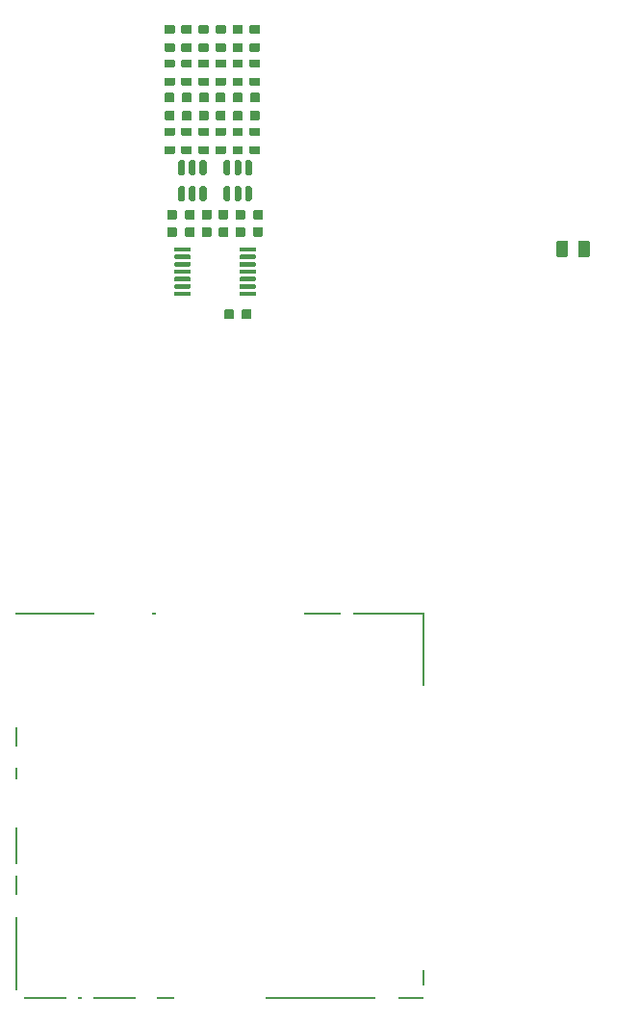
<source format=gbp>
G04 #@! TF.GenerationSoftware,KiCad,Pcbnew,7.0.7-7.0.7~ubuntu22.04.1*
G04 #@! TF.CreationDate,2023-09-24T22:48:32+00:00*
G04 #@! TF.ProjectId,hellen-112-17,68656c6c-656e-42d3-9131-322d31372e6b,a*
G04 #@! TF.SameCoordinates,Original*
G04 #@! TF.FileFunction,Paste,Bot*
G04 #@! TF.FilePolarity,Positive*
%FSLAX46Y46*%
G04 Gerber Fmt 4.6, Leading zero omitted, Abs format (unit mm)*
G04 Created by KiCad (PCBNEW 7.0.7-7.0.7~ubuntu22.04.1) date 2023-09-24 22:48:32*
%MOMM*%
%LPD*%
G01*
G04 APERTURE LIST*
%ADD10R,2.300000X0.200000*%
%ADD11R,3.700000X0.200000*%
%ADD12R,0.400000X0.200000*%
%ADD13R,1.600000X0.200000*%
%ADD14R,9.700000X0.200000*%
%ADD15R,0.200000X1.400000*%
%ADD16R,0.200000X6.400000*%
%ADD17R,0.200000X1.700000*%
%ADD18R,0.200000X3.300000*%
%ADD19R,0.200000X1.000000*%
%ADD20R,0.200000X1.800000*%
%ADD21R,7.000000X0.200000*%
%ADD22R,3.300000X0.200000*%
%ADD23R,6.300000X0.200000*%
G04 APERTURE END LIST*
D10*
G04 #@! TO.C,M4*
X60775005Y5124990D03*
D11*
X28575005Y5125000D03*
D12*
X31625005Y5125000D03*
D11*
X34675005Y5125000D03*
D13*
X39125005Y5125000D03*
D14*
X52775005Y5125000D03*
D15*
X61825005Y6925000D03*
D16*
X26025005Y9025000D03*
D17*
X26025005Y15075000D03*
D18*
X26025005Y18574990D03*
D19*
X26024995Y24925000D03*
D20*
X26025005Y28125000D03*
D16*
X61825005Y35825000D03*
D21*
X29424995Y38925000D03*
D12*
X38125005Y38925000D03*
D22*
X52975005Y38925000D03*
D23*
X58775005Y38925000D03*
G04 #@! TD*
G04 #@! TO.C,R49*
G36*
G01*
X43610000Y87650000D02*
X44390000Y87650000D01*
G75*
G02*
X44460000Y87580000I0J-70000D01*
G01*
X44460000Y87020000D01*
G75*
G02*
X44390000Y86950000I-70000J0D01*
G01*
X43610000Y86950000D01*
G75*
G02*
X43540000Y87020000I0J70000D01*
G01*
X43540000Y87580000D01*
G75*
G02*
X43610000Y87650000I70000J0D01*
G01*
G37*
G36*
G01*
X43610000Y86050000D02*
X44390000Y86050000D01*
G75*
G02*
X44460000Y85980000I0J-70000D01*
G01*
X44460000Y85420000D01*
G75*
G02*
X44390000Y85350000I-70000J0D01*
G01*
X43610000Y85350000D01*
G75*
G02*
X43540000Y85420000I0J70000D01*
G01*
X43540000Y85980000D01*
G75*
G02*
X43610000Y86050000I70000J0D01*
G01*
G37*
G04 #@! TD*
G04 #@! TO.C,C16*
G36*
G01*
X39160000Y84715001D02*
X39840000Y84715001D01*
G75*
G02*
X39925000Y84630001I0J-85000D01*
G01*
X39925000Y83950001D01*
G75*
G02*
X39840000Y83865001I-85000J0D01*
G01*
X39160000Y83865001D01*
G75*
G02*
X39075000Y83950001I0J85000D01*
G01*
X39075000Y84630001D01*
G75*
G02*
X39160000Y84715001I85000J0D01*
G01*
G37*
G36*
G01*
X39160000Y83134999D02*
X39840000Y83134999D01*
G75*
G02*
X39925000Y83049999I0J-85000D01*
G01*
X39925000Y82369999D01*
G75*
G02*
X39840000Y82284999I-85000J0D01*
G01*
X39160000Y82284999D01*
G75*
G02*
X39075000Y82369999I0J85000D01*
G01*
X39075000Y83049999D01*
G75*
G02*
X39160000Y83134999I85000J0D01*
G01*
G37*
G04 #@! TD*
G04 #@! TO.C,C17*
G36*
G01*
X42160000Y84715001D02*
X42840000Y84715001D01*
G75*
G02*
X42925000Y84630001I0J-85000D01*
G01*
X42925000Y83950001D01*
G75*
G02*
X42840000Y83865001I-85000J0D01*
G01*
X42160000Y83865001D01*
G75*
G02*
X42075000Y83950001I0J85000D01*
G01*
X42075000Y84630001D01*
G75*
G02*
X42160000Y84715001I85000J0D01*
G01*
G37*
G36*
G01*
X42160000Y83134999D02*
X42840000Y83134999D01*
G75*
G02*
X42925000Y83049999I0J-85000D01*
G01*
X42925000Y82369999D01*
G75*
G02*
X42840000Y82284999I-85000J0D01*
G01*
X42160000Y82284999D01*
G75*
G02*
X42075000Y82369999I0J85000D01*
G01*
X42075000Y83049999D01*
G75*
G02*
X42160000Y83134999I85000J0D01*
G01*
G37*
G04 #@! TD*
G04 #@! TO.C,R48*
G36*
G01*
X44390000Y79350000D02*
X43610000Y79350000D01*
G75*
G02*
X43540000Y79420000I0J70000D01*
G01*
X43540000Y79980000D01*
G75*
G02*
X43610000Y80050000I70000J0D01*
G01*
X44390000Y80050000D01*
G75*
G02*
X44460000Y79980000I0J-70000D01*
G01*
X44460000Y79420000D01*
G75*
G02*
X44390000Y79350000I-70000J0D01*
G01*
G37*
G36*
G01*
X44390000Y80950000D02*
X43610000Y80950000D01*
G75*
G02*
X43540000Y81020000I0J70000D01*
G01*
X43540000Y81580000D01*
G75*
G02*
X43610000Y81650000I70000J0D01*
G01*
X44390000Y81650000D01*
G75*
G02*
X44460000Y81580000I0J-70000D01*
G01*
X44460000Y81020000D01*
G75*
G02*
X44390000Y80950000I-70000J0D01*
G01*
G37*
G04 #@! TD*
G04 #@! TO.C,C18*
G36*
G01*
X40660000Y84715001D02*
X41340000Y84715001D01*
G75*
G02*
X41425000Y84630001I0J-85000D01*
G01*
X41425000Y83950001D01*
G75*
G02*
X41340000Y83865001I-85000J0D01*
G01*
X40660000Y83865001D01*
G75*
G02*
X40575000Y83950001I0J85000D01*
G01*
X40575000Y84630001D01*
G75*
G02*
X40660000Y84715001I85000J0D01*
G01*
G37*
G36*
G01*
X40660000Y83134999D02*
X41340000Y83134999D01*
G75*
G02*
X41425000Y83049999I0J-85000D01*
G01*
X41425000Y82369999D01*
G75*
G02*
X41340000Y82284999I-85000J0D01*
G01*
X40660000Y82284999D01*
G75*
G02*
X40575000Y82369999I0J85000D01*
G01*
X40575000Y83049999D01*
G75*
G02*
X40660000Y83134999I85000J0D01*
G01*
G37*
G04 #@! TD*
G04 #@! TO.C,R29*
G36*
G01*
X45110000Y87650000D02*
X45890000Y87650000D01*
G75*
G02*
X45960000Y87580000I0J-70000D01*
G01*
X45960000Y87020000D01*
G75*
G02*
X45890000Y86950000I-70000J0D01*
G01*
X45110000Y86950000D01*
G75*
G02*
X45040000Y87020000I0J70000D01*
G01*
X45040000Y87580000D01*
G75*
G02*
X45110000Y87650000I70000J0D01*
G01*
G37*
G36*
G01*
X45110000Y86050000D02*
X45890000Y86050000D01*
G75*
G02*
X45960000Y85980000I0J-70000D01*
G01*
X45960000Y85420000D01*
G75*
G02*
X45890000Y85350000I-70000J0D01*
G01*
X45110000Y85350000D01*
G75*
G02*
X45040000Y85420000I0J70000D01*
G01*
X45040000Y85980000D01*
G75*
G02*
X45110000Y86050000I70000J0D01*
G01*
G37*
G04 #@! TD*
G04 #@! TO.C,U2*
G36*
G01*
X39900000Y66950000D02*
X39900000Y67150000D01*
G75*
G02*
X40000000Y67250000I100000J0D01*
G01*
X41275000Y67250000D01*
G75*
G02*
X41375000Y67150000I0J-100000D01*
G01*
X41375000Y66950000D01*
G75*
G02*
X41275000Y66850000I-100000J0D01*
G01*
X40000000Y66850000D01*
G75*
G02*
X39900000Y66950000I0J100000D01*
G01*
G37*
G36*
G01*
X39900000Y67600000D02*
X39900000Y67800000D01*
G75*
G02*
X40000000Y67900000I100000J0D01*
G01*
X41275000Y67900000D01*
G75*
G02*
X41375000Y67800000I0J-100000D01*
G01*
X41375000Y67600000D01*
G75*
G02*
X41275000Y67500000I-100000J0D01*
G01*
X40000000Y67500000D01*
G75*
G02*
X39900000Y67600000I0J100000D01*
G01*
G37*
G36*
G01*
X39900000Y68250000D02*
X39900000Y68450000D01*
G75*
G02*
X40000000Y68550000I100000J0D01*
G01*
X41275000Y68550000D01*
G75*
G02*
X41375000Y68450000I0J-100000D01*
G01*
X41375000Y68250000D01*
G75*
G02*
X41275000Y68150000I-100000J0D01*
G01*
X40000000Y68150000D01*
G75*
G02*
X39900000Y68250000I0J100000D01*
G01*
G37*
G36*
G01*
X39900000Y68900000D02*
X39900000Y69100000D01*
G75*
G02*
X40000000Y69200000I100000J0D01*
G01*
X41275000Y69200000D01*
G75*
G02*
X41375000Y69100000I0J-100000D01*
G01*
X41375000Y68900000D01*
G75*
G02*
X41275000Y68800000I-100000J0D01*
G01*
X40000000Y68800000D01*
G75*
G02*
X39900000Y68900000I0J100000D01*
G01*
G37*
G36*
G01*
X39900000Y69550000D02*
X39900000Y69750000D01*
G75*
G02*
X40000000Y69850000I100000J0D01*
G01*
X41275000Y69850000D01*
G75*
G02*
X41375000Y69750000I0J-100000D01*
G01*
X41375000Y69550000D01*
G75*
G02*
X41275000Y69450000I-100000J0D01*
G01*
X40000000Y69450000D01*
G75*
G02*
X39900000Y69550000I0J100000D01*
G01*
G37*
G36*
G01*
X39900000Y70200000D02*
X39900000Y70400000D01*
G75*
G02*
X40000000Y70500000I100000J0D01*
G01*
X41275000Y70500000D01*
G75*
G02*
X41375000Y70400000I0J-100000D01*
G01*
X41375000Y70200000D01*
G75*
G02*
X41275000Y70100000I-100000J0D01*
G01*
X40000000Y70100000D01*
G75*
G02*
X39900000Y70200000I0J100000D01*
G01*
G37*
G36*
G01*
X39900000Y70850000D02*
X39900000Y71050000D01*
G75*
G02*
X40000000Y71150000I100000J0D01*
G01*
X41275000Y71150000D01*
G75*
G02*
X41375000Y71050000I0J-100000D01*
G01*
X41375000Y70850000D01*
G75*
G02*
X41275000Y70750000I-100000J0D01*
G01*
X40000000Y70750000D01*
G75*
G02*
X39900000Y70850000I0J100000D01*
G01*
G37*
G36*
G01*
X45625000Y70850000D02*
X45625000Y71050000D01*
G75*
G02*
X45725000Y71150000I100000J0D01*
G01*
X47000000Y71150000D01*
G75*
G02*
X47100000Y71050000I0J-100000D01*
G01*
X47100000Y70850000D01*
G75*
G02*
X47000000Y70750000I-100000J0D01*
G01*
X45725000Y70750000D01*
G75*
G02*
X45625000Y70850000I0J100000D01*
G01*
G37*
G36*
G01*
X45625000Y70200000D02*
X45625000Y70400000D01*
G75*
G02*
X45725000Y70500000I100000J0D01*
G01*
X47000000Y70500000D01*
G75*
G02*
X47100000Y70400000I0J-100000D01*
G01*
X47100000Y70200000D01*
G75*
G02*
X47000000Y70100000I-100000J0D01*
G01*
X45725000Y70100000D01*
G75*
G02*
X45625000Y70200000I0J100000D01*
G01*
G37*
G36*
G01*
X45625000Y69550000D02*
X45625000Y69750000D01*
G75*
G02*
X45725000Y69850000I100000J0D01*
G01*
X47000000Y69850000D01*
G75*
G02*
X47100000Y69750000I0J-100000D01*
G01*
X47100000Y69550000D01*
G75*
G02*
X47000000Y69450000I-100000J0D01*
G01*
X45725000Y69450000D01*
G75*
G02*
X45625000Y69550000I0J100000D01*
G01*
G37*
G36*
G01*
X45625000Y68900000D02*
X45625000Y69100000D01*
G75*
G02*
X45725000Y69200000I100000J0D01*
G01*
X47000000Y69200000D01*
G75*
G02*
X47100000Y69100000I0J-100000D01*
G01*
X47100000Y68900000D01*
G75*
G02*
X47000000Y68800000I-100000J0D01*
G01*
X45725000Y68800000D01*
G75*
G02*
X45625000Y68900000I0J100000D01*
G01*
G37*
G36*
G01*
X45625000Y68250000D02*
X45625000Y68450000D01*
G75*
G02*
X45725000Y68550000I100000J0D01*
G01*
X47000000Y68550000D01*
G75*
G02*
X47100000Y68450000I0J-100000D01*
G01*
X47100000Y68250000D01*
G75*
G02*
X47000000Y68150000I-100000J0D01*
G01*
X45725000Y68150000D01*
G75*
G02*
X45625000Y68250000I0J100000D01*
G01*
G37*
G36*
G01*
X45625000Y67600000D02*
X45625000Y67800000D01*
G75*
G02*
X45725000Y67900000I100000J0D01*
G01*
X47000000Y67900000D01*
G75*
G02*
X47100000Y67800000I0J-100000D01*
G01*
X47100000Y67600000D01*
G75*
G02*
X47000000Y67500000I-100000J0D01*
G01*
X45725000Y67500000D01*
G75*
G02*
X45625000Y67600000I0J100000D01*
G01*
G37*
G36*
G01*
X45625000Y66950000D02*
X45625000Y67150000D01*
G75*
G02*
X45725000Y67250000I100000J0D01*
G01*
X47000000Y67250000D01*
G75*
G02*
X47100000Y67150000I0J-100000D01*
G01*
X47100000Y66950000D01*
G75*
G02*
X47000000Y66850000I-100000J0D01*
G01*
X45725000Y66850000D01*
G75*
G02*
X45625000Y66950000I0J100000D01*
G01*
G37*
G04 #@! TD*
G04 #@! TO.C,C25*
G36*
G01*
X44590000Y72034999D02*
X43910000Y72034999D01*
G75*
G02*
X43825000Y72119999I0J85000D01*
G01*
X43825000Y72799999D01*
G75*
G02*
X43910000Y72884999I85000J0D01*
G01*
X44590000Y72884999D01*
G75*
G02*
X44675000Y72799999I0J-85000D01*
G01*
X44675000Y72119999D01*
G75*
G02*
X44590000Y72034999I-85000J0D01*
G01*
G37*
G36*
G01*
X44590000Y73615001D02*
X43910000Y73615001D01*
G75*
G02*
X43825000Y73700001I0J85000D01*
G01*
X43825000Y74380001D01*
G75*
G02*
X43910000Y74465001I85000J0D01*
G01*
X44590000Y74465001D01*
G75*
G02*
X44675000Y74380001I0J-85000D01*
G01*
X44675000Y73700001D01*
G75*
G02*
X44590000Y73615001I-85000J0D01*
G01*
G37*
G04 #@! TD*
G04 #@! TO.C,R32*
G36*
G01*
X41390000Y79350000D02*
X40610000Y79350000D01*
G75*
G02*
X40540000Y79420000I0J70000D01*
G01*
X40540000Y79980000D01*
G75*
G02*
X40610000Y80050000I70000J0D01*
G01*
X41390000Y80050000D01*
G75*
G02*
X41460000Y79980000I0J-70000D01*
G01*
X41460000Y79420000D01*
G75*
G02*
X41390000Y79350000I-70000J0D01*
G01*
G37*
G36*
G01*
X41390000Y80950000D02*
X40610000Y80950000D01*
G75*
G02*
X40540000Y81020000I0J70000D01*
G01*
X40540000Y81580000D01*
G75*
G02*
X40610000Y81650000I70000J0D01*
G01*
X41390000Y81650000D01*
G75*
G02*
X41460000Y81580000I0J-70000D01*
G01*
X41460000Y81020000D01*
G75*
G02*
X41390000Y80950000I-70000J0D01*
G01*
G37*
G04 #@! TD*
G04 #@! TO.C,R30*
G36*
G01*
X39890000Y79350000D02*
X39110000Y79350000D01*
G75*
G02*
X39040000Y79420000I0J70000D01*
G01*
X39040000Y79980000D01*
G75*
G02*
X39110000Y80050000I70000J0D01*
G01*
X39890000Y80050000D01*
G75*
G02*
X39960000Y79980000I0J-70000D01*
G01*
X39960000Y79420000D01*
G75*
G02*
X39890000Y79350000I-70000J0D01*
G01*
G37*
G36*
G01*
X39890000Y80950000D02*
X39110000Y80950000D01*
G75*
G02*
X39040000Y81020000I0J70000D01*
G01*
X39040000Y81580000D01*
G75*
G02*
X39110000Y81650000I70000J0D01*
G01*
X39890000Y81650000D01*
G75*
G02*
X39960000Y81580000I0J-70000D01*
G01*
X39960000Y81020000D01*
G75*
G02*
X39890000Y80950000I-70000J0D01*
G01*
G37*
G04 #@! TD*
G04 #@! TO.C,R43*
G36*
G01*
X45890000Y79350000D02*
X45110000Y79350000D01*
G75*
G02*
X45040000Y79420000I0J70000D01*
G01*
X45040000Y79980000D01*
G75*
G02*
X45110000Y80050000I70000J0D01*
G01*
X45890000Y80050000D01*
G75*
G02*
X45960000Y79980000I0J-70000D01*
G01*
X45960000Y79420000D01*
G75*
G02*
X45890000Y79350000I-70000J0D01*
G01*
G37*
G36*
G01*
X45890000Y80950000D02*
X45110000Y80950000D01*
G75*
G02*
X45040000Y81020000I0J70000D01*
G01*
X45040000Y81580000D01*
G75*
G02*
X45110000Y81650000I70000J0D01*
G01*
X45890000Y81650000D01*
G75*
G02*
X45960000Y81580000I0J-70000D01*
G01*
X45960000Y81020000D01*
G75*
G02*
X45890000Y80950000I-70000J0D01*
G01*
G37*
G04 #@! TD*
G04 #@! TO.C,C15*
G36*
G01*
X43660000Y84715001D02*
X44340000Y84715001D01*
G75*
G02*
X44425000Y84630001I0J-85000D01*
G01*
X44425000Y83950001D01*
G75*
G02*
X44340000Y83865001I-85000J0D01*
G01*
X43660000Y83865001D01*
G75*
G02*
X43575000Y83950001I0J85000D01*
G01*
X43575000Y84630001D01*
G75*
G02*
X43660000Y84715001I85000J0D01*
G01*
G37*
G36*
G01*
X43660000Y83134999D02*
X44340000Y83134999D01*
G75*
G02*
X44425000Y83049999I0J-85000D01*
G01*
X44425000Y82369999D01*
G75*
G02*
X44340000Y82284999I-85000J0D01*
G01*
X43660000Y82284999D01*
G75*
G02*
X43575000Y82369999I0J85000D01*
G01*
X43575000Y83049999D01*
G75*
G02*
X43660000Y83134999I85000J0D01*
G01*
G37*
G04 #@! TD*
G04 #@! TO.C,D11*
G36*
G01*
X46600000Y75200000D02*
X46300000Y75200000D01*
G75*
G02*
X46150000Y75350000I0J150000D01*
G01*
X46150000Y76375000D01*
G75*
G02*
X46300000Y76525000I150000J0D01*
G01*
X46600000Y76525000D01*
G75*
G02*
X46750000Y76375000I0J-150000D01*
G01*
X46750000Y75350000D01*
G75*
G02*
X46600000Y75200000I-150000J0D01*
G01*
G37*
G36*
G01*
X45650000Y75200000D02*
X45350000Y75200000D01*
G75*
G02*
X45200000Y75350000I0J150000D01*
G01*
X45200000Y76375000D01*
G75*
G02*
X45350000Y76525000I150000J0D01*
G01*
X45650000Y76525000D01*
G75*
G02*
X45800000Y76375000I0J-150000D01*
G01*
X45800000Y75350000D01*
G75*
G02*
X45650000Y75200000I-150000J0D01*
G01*
G37*
G36*
G01*
X44700000Y75200000D02*
X44400000Y75200000D01*
G75*
G02*
X44250000Y75350000I0J150000D01*
G01*
X44250000Y76375000D01*
G75*
G02*
X44400000Y76525000I150000J0D01*
G01*
X44700000Y76525000D01*
G75*
G02*
X44850000Y76375000I0J-150000D01*
G01*
X44850000Y75350000D01*
G75*
G02*
X44700000Y75200000I-150000J0D01*
G01*
G37*
G36*
G01*
X44700000Y77475000D02*
X44400000Y77475000D01*
G75*
G02*
X44250000Y77625000I0J150000D01*
G01*
X44250000Y78650000D01*
G75*
G02*
X44400000Y78800000I150000J0D01*
G01*
X44700000Y78800000D01*
G75*
G02*
X44850000Y78650000I0J-150000D01*
G01*
X44850000Y77625000D01*
G75*
G02*
X44700000Y77475000I-150000J0D01*
G01*
G37*
G36*
G01*
X45650000Y77475000D02*
X45350000Y77475000D01*
G75*
G02*
X45200000Y77625000I0J150000D01*
G01*
X45200000Y78650000D01*
G75*
G02*
X45350000Y78800000I150000J0D01*
G01*
X45650000Y78800000D01*
G75*
G02*
X45800000Y78650000I0J-150000D01*
G01*
X45800000Y77625000D01*
G75*
G02*
X45650000Y77475000I-150000J0D01*
G01*
G37*
G36*
G01*
X46600000Y77475000D02*
X46300000Y77475000D01*
G75*
G02*
X46150000Y77625000I0J150000D01*
G01*
X46150000Y78650000D01*
G75*
G02*
X46300000Y78800000I150000J0D01*
G01*
X46600000Y78800000D01*
G75*
G02*
X46750000Y78650000I0J-150000D01*
G01*
X46750000Y77625000D01*
G75*
G02*
X46600000Y77475000I-150000J0D01*
G01*
G37*
G04 #@! TD*
G04 #@! TO.C,C23*
G36*
G01*
X41715001Y72840000D02*
X41715001Y72160000D01*
G75*
G02*
X41630001Y72075000I-85000J0D01*
G01*
X40950001Y72075000D01*
G75*
G02*
X40865001Y72160000I0J85000D01*
G01*
X40865001Y72840000D01*
G75*
G02*
X40950001Y72925000I85000J0D01*
G01*
X41630001Y72925000D01*
G75*
G02*
X41715001Y72840000I0J-85000D01*
G01*
G37*
G36*
G01*
X40134999Y72840000D02*
X40134999Y72160000D01*
G75*
G02*
X40049999Y72075000I-85000J0D01*
G01*
X39369999Y72075000D01*
G75*
G02*
X39284999Y72160000I0J85000D01*
G01*
X39284999Y72840000D01*
G75*
G02*
X39369999Y72925000I85000J0D01*
G01*
X40049999Y72925000D01*
G75*
G02*
X40134999Y72840000I0J-85000D01*
G01*
G37*
G04 #@! TD*
G04 #@! TO.C,R25*
G36*
G01*
X39110000Y87650000D02*
X39890000Y87650000D01*
G75*
G02*
X39960000Y87580000I0J-70000D01*
G01*
X39960000Y87020000D01*
G75*
G02*
X39890000Y86950000I-70000J0D01*
G01*
X39110000Y86950000D01*
G75*
G02*
X39040000Y87020000I0J70000D01*
G01*
X39040000Y87580000D01*
G75*
G02*
X39110000Y87650000I70000J0D01*
G01*
G37*
G36*
G01*
X39110000Y86050000D02*
X39890000Y86050000D01*
G75*
G02*
X39960000Y85980000I0J-70000D01*
G01*
X39960000Y85420000D01*
G75*
G02*
X39890000Y85350000I-70000J0D01*
G01*
X39110000Y85350000D01*
G75*
G02*
X39040000Y85420000I0J70000D01*
G01*
X39040000Y85980000D01*
G75*
G02*
X39110000Y86050000I70000J0D01*
G01*
G37*
G04 #@! TD*
G04 #@! TO.C,C19*
G36*
G01*
X46660000Y84715001D02*
X47340000Y84715001D01*
G75*
G02*
X47425000Y84630001I0J-85000D01*
G01*
X47425000Y83950001D01*
G75*
G02*
X47340000Y83865001I-85000J0D01*
G01*
X46660000Y83865001D01*
G75*
G02*
X46575000Y83950001I0J85000D01*
G01*
X46575000Y84630001D01*
G75*
G02*
X46660000Y84715001I85000J0D01*
G01*
G37*
G36*
G01*
X46660000Y83134999D02*
X47340000Y83134999D01*
G75*
G02*
X47425000Y83049999I0J-85000D01*
G01*
X47425000Y82369999D01*
G75*
G02*
X47340000Y82284999I-85000J0D01*
G01*
X46660000Y82284999D01*
G75*
G02*
X46575000Y82369999I0J85000D01*
G01*
X46575000Y83049999D01*
G75*
G02*
X46660000Y83134999I85000J0D01*
G01*
G37*
G04 #@! TD*
G04 #@! TO.C,R21*
G36*
G01*
X39110954Y90650000D02*
X39890954Y90650000D01*
G75*
G02*
X39960954Y90580000I0J-70000D01*
G01*
X39960954Y90020000D01*
G75*
G02*
X39890954Y89950000I-70000J0D01*
G01*
X39110954Y89950000D01*
G75*
G02*
X39040954Y90020000I0J70000D01*
G01*
X39040954Y90580000D01*
G75*
G02*
X39110954Y90650000I70000J0D01*
G01*
G37*
G36*
G01*
X39110954Y89050000D02*
X39890954Y89050000D01*
G75*
G02*
X39960954Y88980000I0J-70000D01*
G01*
X39960954Y88420000D01*
G75*
G02*
X39890954Y88350000I-70000J0D01*
G01*
X39110954Y88350000D01*
G75*
G02*
X39040954Y88420000I0J70000D01*
G01*
X39040954Y88980000D01*
G75*
G02*
X39110954Y89050000I70000J0D01*
G01*
G37*
G04 #@! TD*
G04 #@! TO.C,C21*
G36*
G01*
X44284999Y64910000D02*
X44284999Y65590000D01*
G75*
G02*
X44369999Y65675000I85000J0D01*
G01*
X45049999Y65675000D01*
G75*
G02*
X45134999Y65590000I0J-85000D01*
G01*
X45134999Y64910000D01*
G75*
G02*
X45049999Y64825000I-85000J0D01*
G01*
X44369999Y64825000D01*
G75*
G02*
X44284999Y64910000I0J85000D01*
G01*
G37*
G36*
G01*
X45865001Y64910000D02*
X45865001Y65590000D01*
G75*
G02*
X45950001Y65675000I85000J0D01*
G01*
X46630001Y65675000D01*
G75*
G02*
X46715001Y65590000I0J-85000D01*
G01*
X46715001Y64910000D01*
G75*
G02*
X46630001Y64825000I-85000J0D01*
G01*
X45950001Y64825000D01*
G75*
G02*
X45865001Y64910000I0J85000D01*
G01*
G37*
G04 #@! TD*
G04 #@! TO.C,R26*
G36*
G01*
X42110000Y87650000D02*
X42890000Y87650000D01*
G75*
G02*
X42960000Y87580000I0J-70000D01*
G01*
X42960000Y87020000D01*
G75*
G02*
X42890000Y86950000I-70000J0D01*
G01*
X42110000Y86950000D01*
G75*
G02*
X42040000Y87020000I0J70000D01*
G01*
X42040000Y87580000D01*
G75*
G02*
X42110000Y87650000I70000J0D01*
G01*
G37*
G36*
G01*
X42110000Y86050000D02*
X42890000Y86050000D01*
G75*
G02*
X42960000Y85980000I0J-70000D01*
G01*
X42960000Y85420000D01*
G75*
G02*
X42890000Y85350000I-70000J0D01*
G01*
X42110000Y85350000D01*
G75*
G02*
X42040000Y85420000I0J70000D01*
G01*
X42040000Y85980000D01*
G75*
G02*
X42110000Y86050000I70000J0D01*
G01*
G37*
G04 #@! TD*
G04 #@! TO.C,C28*
G36*
G01*
X45160000Y84715001D02*
X45840000Y84715001D01*
G75*
G02*
X45925000Y84630001I0J-85000D01*
G01*
X45925000Y83950001D01*
G75*
G02*
X45840000Y83865001I-85000J0D01*
G01*
X45160000Y83865001D01*
G75*
G02*
X45075000Y83950001I0J85000D01*
G01*
X45075000Y84630001D01*
G75*
G02*
X45160000Y84715001I85000J0D01*
G01*
G37*
G36*
G01*
X45160000Y83134999D02*
X45840000Y83134999D01*
G75*
G02*
X45925000Y83049999I0J-85000D01*
G01*
X45925000Y82369999D01*
G75*
G02*
X45840000Y82284999I-85000J0D01*
G01*
X45160000Y82284999D01*
G75*
G02*
X45075000Y82369999I0J85000D01*
G01*
X45075000Y83049999D01*
G75*
G02*
X45160000Y83134999I85000J0D01*
G01*
G37*
G04 #@! TD*
G04 #@! TO.C,R23*
G36*
G01*
X40610000Y90650000D02*
X41390000Y90650000D01*
G75*
G02*
X41460000Y90580000I0J-70000D01*
G01*
X41460000Y90020000D01*
G75*
G02*
X41390000Y89950000I-70000J0D01*
G01*
X40610000Y89950000D01*
G75*
G02*
X40540000Y90020000I0J70000D01*
G01*
X40540000Y90580000D01*
G75*
G02*
X40610000Y90650000I70000J0D01*
G01*
G37*
G36*
G01*
X40610000Y89050000D02*
X41390000Y89050000D01*
G75*
G02*
X41460000Y88980000I0J-70000D01*
G01*
X41460000Y88420000D01*
G75*
G02*
X41390000Y88350000I-70000J0D01*
G01*
X40610000Y88350000D01*
G75*
G02*
X40540000Y88420000I0J70000D01*
G01*
X40540000Y88980000D01*
G75*
G02*
X40610000Y89050000I70000J0D01*
G01*
G37*
G04 #@! TD*
G04 #@! TO.C,C26*
G36*
G01*
X47715001Y74340000D02*
X47715001Y73660000D01*
G75*
G02*
X47630001Y73575000I-85000J0D01*
G01*
X46950001Y73575000D01*
G75*
G02*
X46865001Y73660000I0J85000D01*
G01*
X46865001Y74340000D01*
G75*
G02*
X46950001Y74425000I85000J0D01*
G01*
X47630001Y74425000D01*
G75*
G02*
X47715001Y74340000I0J-85000D01*
G01*
G37*
G36*
G01*
X46134999Y74340000D02*
X46134999Y73660000D01*
G75*
G02*
X46049999Y73575000I-85000J0D01*
G01*
X45369999Y73575000D01*
G75*
G02*
X45284999Y73660000I0J85000D01*
G01*
X45284999Y74340000D01*
G75*
G02*
X45369999Y74425000I85000J0D01*
G01*
X46049999Y74425000D01*
G75*
G02*
X46134999Y74340000I0J-85000D01*
G01*
G37*
G04 #@! TD*
G04 #@! TO.C,R31*
G36*
G01*
X42890000Y79350000D02*
X42110000Y79350000D01*
G75*
G02*
X42040000Y79420000I0J70000D01*
G01*
X42040000Y79980000D01*
G75*
G02*
X42110000Y80050000I70000J0D01*
G01*
X42890000Y80050000D01*
G75*
G02*
X42960000Y79980000I0J-70000D01*
G01*
X42960000Y79420000D01*
G75*
G02*
X42890000Y79350000I-70000J0D01*
G01*
G37*
G36*
G01*
X42890000Y80950000D02*
X42110000Y80950000D01*
G75*
G02*
X42040000Y81020000I0J70000D01*
G01*
X42040000Y81580000D01*
G75*
G02*
X42110000Y81650000I70000J0D01*
G01*
X42890000Y81650000D01*
G75*
G02*
X42960000Y81580000I0J-70000D01*
G01*
X42960000Y81020000D01*
G75*
G02*
X42890000Y80950000I-70000J0D01*
G01*
G37*
G04 #@! TD*
G04 #@! TO.C,C24*
G36*
G01*
X45284999Y72160000D02*
X45284999Y72840000D01*
G75*
G02*
X45369999Y72925000I85000J0D01*
G01*
X46049999Y72925000D01*
G75*
G02*
X46134999Y72840000I0J-85000D01*
G01*
X46134999Y72160000D01*
G75*
G02*
X46049999Y72075000I-85000J0D01*
G01*
X45369999Y72075000D01*
G75*
G02*
X45284999Y72160000I0J85000D01*
G01*
G37*
G36*
G01*
X46865001Y72160000D02*
X46865001Y72840000D01*
G75*
G02*
X46950001Y72925000I85000J0D01*
G01*
X47630001Y72925000D01*
G75*
G02*
X47715001Y72840000I0J-85000D01*
G01*
X47715001Y72160000D01*
G75*
G02*
X47630001Y72075000I-85000J0D01*
G01*
X46950001Y72075000D01*
G75*
G02*
X46865001Y72160000I0J85000D01*
G01*
G37*
G04 #@! TD*
G04 #@! TO.C,D10*
G36*
G01*
X42600000Y75200000D02*
X42300000Y75200000D01*
G75*
G02*
X42150000Y75350000I0J150000D01*
G01*
X42150000Y76375000D01*
G75*
G02*
X42300000Y76525000I150000J0D01*
G01*
X42600000Y76525000D01*
G75*
G02*
X42750000Y76375000I0J-150000D01*
G01*
X42750000Y75350000D01*
G75*
G02*
X42600000Y75200000I-150000J0D01*
G01*
G37*
G36*
G01*
X41650000Y75200000D02*
X41350000Y75200000D01*
G75*
G02*
X41200000Y75350000I0J150000D01*
G01*
X41200000Y76375000D01*
G75*
G02*
X41350000Y76525000I150000J0D01*
G01*
X41650000Y76525000D01*
G75*
G02*
X41800000Y76375000I0J-150000D01*
G01*
X41800000Y75350000D01*
G75*
G02*
X41650000Y75200000I-150000J0D01*
G01*
G37*
G36*
G01*
X40700000Y75200000D02*
X40400000Y75200000D01*
G75*
G02*
X40250000Y75350000I0J150000D01*
G01*
X40250000Y76375000D01*
G75*
G02*
X40400000Y76525000I150000J0D01*
G01*
X40700000Y76525000D01*
G75*
G02*
X40850000Y76375000I0J-150000D01*
G01*
X40850000Y75350000D01*
G75*
G02*
X40700000Y75200000I-150000J0D01*
G01*
G37*
G36*
G01*
X40700000Y77475000D02*
X40400000Y77475000D01*
G75*
G02*
X40250000Y77625000I0J150000D01*
G01*
X40250000Y78650000D01*
G75*
G02*
X40400000Y78800000I150000J0D01*
G01*
X40700000Y78800000D01*
G75*
G02*
X40850000Y78650000I0J-150000D01*
G01*
X40850000Y77625000D01*
G75*
G02*
X40700000Y77475000I-150000J0D01*
G01*
G37*
G36*
G01*
X41650000Y77475000D02*
X41350000Y77475000D01*
G75*
G02*
X41200000Y77625000I0J150000D01*
G01*
X41200000Y78650000D01*
G75*
G02*
X41350000Y78800000I150000J0D01*
G01*
X41650000Y78800000D01*
G75*
G02*
X41800000Y78650000I0J-150000D01*
G01*
X41800000Y77625000D01*
G75*
G02*
X41650000Y77475000I-150000J0D01*
G01*
G37*
G36*
G01*
X42600000Y77475000D02*
X42300000Y77475000D01*
G75*
G02*
X42150000Y77625000I0J150000D01*
G01*
X42150000Y78650000D01*
G75*
G02*
X42300000Y78800000I150000J0D01*
G01*
X42600000Y78800000D01*
G75*
G02*
X42750000Y78650000I0J-150000D01*
G01*
X42750000Y77625000D01*
G75*
G02*
X42600000Y77475000I-150000J0D01*
G01*
G37*
G04 #@! TD*
G04 #@! TO.C,R50*
G36*
G01*
X45110000Y90650000D02*
X45890000Y90650000D01*
G75*
G02*
X45960000Y90580000I0J-70000D01*
G01*
X45960000Y90020000D01*
G75*
G02*
X45890000Y89950000I-70000J0D01*
G01*
X45110000Y89950000D01*
G75*
G02*
X45040000Y90020000I0J70000D01*
G01*
X45040000Y90580000D01*
G75*
G02*
X45110000Y90650000I70000J0D01*
G01*
G37*
G36*
G01*
X45110000Y89050000D02*
X45890000Y89050000D01*
G75*
G02*
X45960000Y88980000I0J-70000D01*
G01*
X45960000Y88420000D01*
G75*
G02*
X45890000Y88350000I-70000J0D01*
G01*
X45110000Y88350000D01*
G75*
G02*
X45040000Y88420000I0J70000D01*
G01*
X45040000Y88980000D01*
G75*
G02*
X45110000Y89050000I70000J0D01*
G01*
G37*
G04 #@! TD*
G04 #@! TO.C,R24*
G36*
G01*
X46610000Y90650000D02*
X47390000Y90650000D01*
G75*
G02*
X47460000Y90580000I0J-70000D01*
G01*
X47460000Y90020000D01*
G75*
G02*
X47390000Y89950000I-70000J0D01*
G01*
X46610000Y89950000D01*
G75*
G02*
X46540000Y90020000I0J70000D01*
G01*
X46540000Y90580000D01*
G75*
G02*
X46610000Y90650000I70000J0D01*
G01*
G37*
G36*
G01*
X46610000Y89050000D02*
X47390000Y89050000D01*
G75*
G02*
X47460000Y88980000I0J-70000D01*
G01*
X47460000Y88420000D01*
G75*
G02*
X47390000Y88350000I-70000J0D01*
G01*
X46610000Y88350000D01*
G75*
G02*
X46540000Y88420000I0J70000D01*
G01*
X46540000Y88980000D01*
G75*
G02*
X46610000Y89050000I70000J0D01*
G01*
G37*
G04 #@! TD*
G04 #@! TO.C,R27*
G36*
G01*
X40610000Y87650000D02*
X41390000Y87650000D01*
G75*
G02*
X41460000Y87580000I0J-70000D01*
G01*
X41460000Y87020000D01*
G75*
G02*
X41390000Y86950000I-70000J0D01*
G01*
X40610000Y86950000D01*
G75*
G02*
X40540000Y87020000I0J70000D01*
G01*
X40540000Y87580000D01*
G75*
G02*
X40610000Y87650000I70000J0D01*
G01*
G37*
G36*
G01*
X40610000Y86050000D02*
X41390000Y86050000D01*
G75*
G02*
X41460000Y85980000I0J-70000D01*
G01*
X41460000Y85420000D01*
G75*
G02*
X41390000Y85350000I-70000J0D01*
G01*
X40610000Y85350000D01*
G75*
G02*
X40540000Y85420000I0J70000D01*
G01*
X40540000Y85980000D01*
G75*
G02*
X40610000Y86050000I70000J0D01*
G01*
G37*
G04 #@! TD*
G04 #@! TO.C,R54*
G36*
G01*
X73544999Y70375000D02*
X73544999Y71625000D01*
G75*
G02*
X73644999Y71725000I100000J0D01*
G01*
X74444999Y71725000D01*
G75*
G02*
X74544999Y71625000I0J-100000D01*
G01*
X74544999Y70375000D01*
G75*
G02*
X74444999Y70275000I-100000J0D01*
G01*
X73644999Y70275000D01*
G75*
G02*
X73544999Y70375000I0J100000D01*
G01*
G37*
G36*
G01*
X75445021Y70375000D02*
X75445021Y71625000D01*
G75*
G02*
X75545021Y71725000I100000J0D01*
G01*
X76345021Y71725000D01*
G75*
G02*
X76445021Y71625000I0J-100000D01*
G01*
X76445021Y70375000D01*
G75*
G02*
X76345021Y70275000I-100000J0D01*
G01*
X75545021Y70275000D01*
G75*
G02*
X75445021Y70375000I0J100000D01*
G01*
G37*
G04 #@! TD*
G04 #@! TO.C,R42*
G36*
G01*
X47390000Y79350000D02*
X46610000Y79350000D01*
G75*
G02*
X46540000Y79420000I0J70000D01*
G01*
X46540000Y79980000D01*
G75*
G02*
X46610000Y80050000I70000J0D01*
G01*
X47390000Y80050000D01*
G75*
G02*
X47460000Y79980000I0J-70000D01*
G01*
X47460000Y79420000D01*
G75*
G02*
X47390000Y79350000I-70000J0D01*
G01*
G37*
G36*
G01*
X47390000Y80950000D02*
X46610000Y80950000D01*
G75*
G02*
X46540000Y81020000I0J70000D01*
G01*
X46540000Y81580000D01*
G75*
G02*
X46610000Y81650000I70000J0D01*
G01*
X47390000Y81650000D01*
G75*
G02*
X47460000Y81580000I0J-70000D01*
G01*
X47460000Y81020000D01*
G75*
G02*
X47390000Y80950000I-70000J0D01*
G01*
G37*
G04 #@! TD*
G04 #@! TO.C,R28*
G36*
G01*
X46610000Y87650000D02*
X47390000Y87650000D01*
G75*
G02*
X47460000Y87580000I0J-70000D01*
G01*
X47460000Y87020000D01*
G75*
G02*
X47390000Y86950000I-70000J0D01*
G01*
X46610000Y86950000D01*
G75*
G02*
X46540000Y87020000I0J70000D01*
G01*
X46540000Y87580000D01*
G75*
G02*
X46610000Y87650000I70000J0D01*
G01*
G37*
G36*
G01*
X46610000Y86050000D02*
X47390000Y86050000D01*
G75*
G02*
X47460000Y85980000I0J-70000D01*
G01*
X47460000Y85420000D01*
G75*
G02*
X47390000Y85350000I-70000J0D01*
G01*
X46610000Y85350000D01*
G75*
G02*
X46540000Y85420000I0J70000D01*
G01*
X46540000Y85980000D01*
G75*
G02*
X46610000Y86050000I70000J0D01*
G01*
G37*
G04 #@! TD*
G04 #@! TO.C,R22*
G36*
G01*
X42110000Y90650000D02*
X42890000Y90650000D01*
G75*
G02*
X42960000Y90580000I0J-70000D01*
G01*
X42960000Y90020000D01*
G75*
G02*
X42890000Y89950000I-70000J0D01*
G01*
X42110000Y89950000D01*
G75*
G02*
X42040000Y90020000I0J70000D01*
G01*
X42040000Y90580000D01*
G75*
G02*
X42110000Y90650000I70000J0D01*
G01*
G37*
G36*
G01*
X42110000Y89050000D02*
X42890000Y89050000D01*
G75*
G02*
X42960000Y88980000I0J-70000D01*
G01*
X42960000Y88420000D01*
G75*
G02*
X42890000Y88350000I-70000J0D01*
G01*
X42110000Y88350000D01*
G75*
G02*
X42040000Y88420000I0J70000D01*
G01*
X42040000Y88980000D01*
G75*
G02*
X42110000Y89050000I70000J0D01*
G01*
G37*
G04 #@! TD*
G04 #@! TO.C,C22*
G36*
G01*
X43090000Y72034999D02*
X42410000Y72034999D01*
G75*
G02*
X42325000Y72119999I0J85000D01*
G01*
X42325000Y72799999D01*
G75*
G02*
X42410000Y72884999I85000J0D01*
G01*
X43090000Y72884999D01*
G75*
G02*
X43175000Y72799999I0J-85000D01*
G01*
X43175000Y72119999D01*
G75*
G02*
X43090000Y72034999I-85000J0D01*
G01*
G37*
G36*
G01*
X43090000Y73615001D02*
X42410000Y73615001D01*
G75*
G02*
X42325000Y73700001I0J85000D01*
G01*
X42325000Y74380001D01*
G75*
G02*
X42410000Y74465001I85000J0D01*
G01*
X43090000Y74465001D01*
G75*
G02*
X43175000Y74380001I0J-85000D01*
G01*
X43175000Y73700001D01*
G75*
G02*
X43090000Y73615001I-85000J0D01*
G01*
G37*
G04 #@! TD*
G04 #@! TO.C,C20*
G36*
G01*
X41715001Y74340000D02*
X41715001Y73660000D01*
G75*
G02*
X41630001Y73575000I-85000J0D01*
G01*
X40950001Y73575000D01*
G75*
G02*
X40865001Y73660000I0J85000D01*
G01*
X40865001Y74340000D01*
G75*
G02*
X40950001Y74425000I85000J0D01*
G01*
X41630001Y74425000D01*
G75*
G02*
X41715001Y74340000I0J-85000D01*
G01*
G37*
G36*
G01*
X40134999Y74340000D02*
X40134999Y73660000D01*
G75*
G02*
X40049999Y73575000I-85000J0D01*
G01*
X39369999Y73575000D01*
G75*
G02*
X39284999Y73660000I0J85000D01*
G01*
X39284999Y74340000D01*
G75*
G02*
X39369999Y74425000I85000J0D01*
G01*
X40049999Y74425000D01*
G75*
G02*
X40134999Y74340000I0J-85000D01*
G01*
G37*
G04 #@! TD*
G04 #@! TO.C,R51*
G36*
G01*
X43610000Y90650000D02*
X44390000Y90650000D01*
G75*
G02*
X44460000Y90580000I0J-70000D01*
G01*
X44460000Y90020000D01*
G75*
G02*
X44390000Y89950000I-70000J0D01*
G01*
X43610000Y89950000D01*
G75*
G02*
X43540000Y90020000I0J70000D01*
G01*
X43540000Y90580000D01*
G75*
G02*
X43610000Y90650000I70000J0D01*
G01*
G37*
G36*
G01*
X43610000Y89050000D02*
X44390000Y89050000D01*
G75*
G02*
X44460000Y88980000I0J-70000D01*
G01*
X44460000Y88420000D01*
G75*
G02*
X44390000Y88350000I-70000J0D01*
G01*
X43610000Y88350000D01*
G75*
G02*
X43540000Y88420000I0J70000D01*
G01*
X43540000Y88980000D01*
G75*
G02*
X43610000Y89050000I70000J0D01*
G01*
G37*
G04 #@! TD*
M02*

</source>
